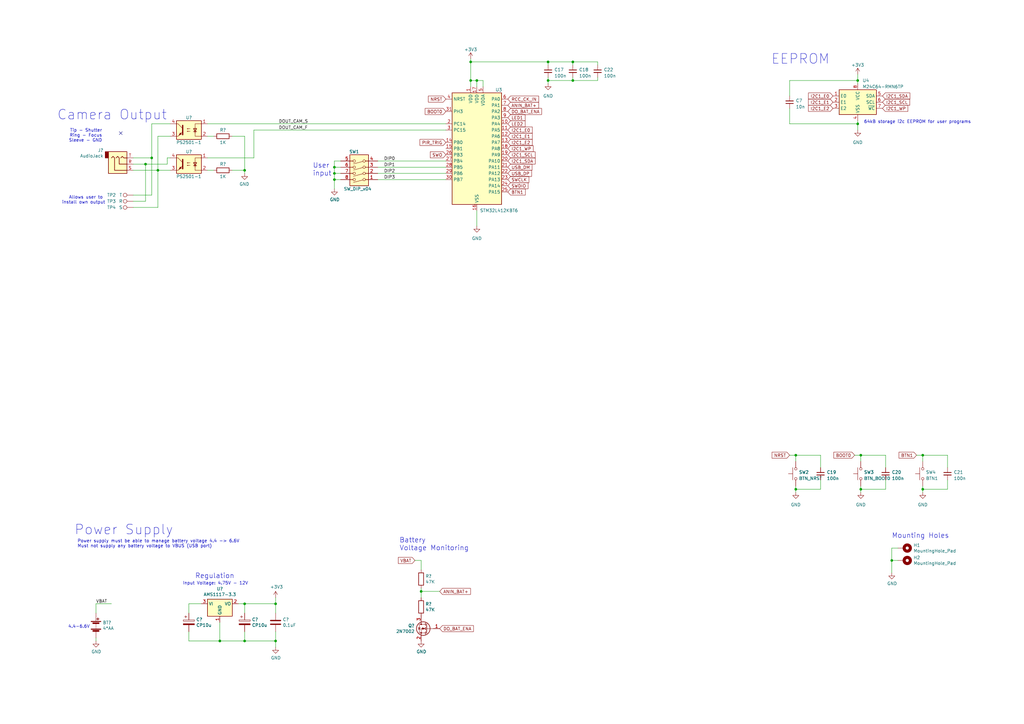
<source format=kicad_sch>
(kicad_sch (version 20230121) (generator eeschema)
  (paper "A3")
  (title_block (title "PYGMY POSSUM") (date "2023-06-01") (rev "2.0") (company "BanksiaBytes") (comment 1 "MCU Circuitry"))
  (lib_symbols
    (symbol "Connector:TestPoint" (pin_numbers hide) (pin_names (offset 0.762) hide)
      (property "Reference" "TP" (at 0 6.858 0))
      (property "Value" "TestPoint" (at 0 5.08 0))
      (symbol "TestPoint_0_1"
        (circle (center 0 3.302) (radius 0.762))
      )
      (symbol "TestPoint_1_1"
        (pin passive line (at 0 0 90) (length 2.54) (name "1") (number "1"))
      )
    )
    (symbol "Device:Battery" (pin_numbers hide) (pin_names (offset 0) hide)
      (property "Reference" "BT" (at 2.54 2.54 0))
      (property "Value" "Battery" (at 2.54 0 0))
      (symbol "Battery_0_1"
        (rectangle (start -2.032 -1.397) (end 2.032 -1.651) (fill (type outline)))
        (rectangle (start -2.032 1.778) (end 2.032 1.524) (fill (type outline)))
        (rectangle (start -1.3208 -1.9812) (end 1.27 -2.4892) (fill (type outline)))
        (rectangle (start -1.3208 1.1938) (end 1.27 0.6858) (fill (type outline)))
        (polyline (pts (xy 0 -1.524) (xy 0 -1.27)))
        (polyline (pts (xy 0 -1.016) (xy 0 -0.762)))
        (polyline (pts (xy 0 -0.508) (xy 0 -0.254)))
        (polyline (pts (xy 0 0) (xy 0 0.254)))
        (polyline (pts (xy 0 0.508) (xy 0 0.762)))
        (polyline (pts (xy 0 1.778) (xy 0 2.54)))
        (polyline (pts (xy 0.254 2.667) (xy 1.27 2.667)) (stroke (width 0.254)))
        (polyline (pts (xy 0.762 3.175) (xy 0.762 2.159)) (stroke (width 0.254)))
      )
      (symbol "Battery_1_1"
        (pin passive line (at 0 5.08 270) (length 2.54) (name "+") (number "1"))
        (pin passive line (at 0 -5.08 90) (length 2.54) (name "-") (number "2"))
      )
    )
    (symbol "Device:C" (pin_numbers hide) (pin_names (offset 0.254))
      (property "Reference" "C" (at 0.635 2.54 0))
      (property "Value" "C" (at 0.635 -2.54 0))
      (symbol "C_0_1"
        (polyline (pts (xy -2.032 -0.762) (xy 2.032 -0.762)) (stroke (width 0.508)))
        (polyline (pts (xy -2.032 0.762) (xy 2.032 0.762)) (stroke (width 0.508)))
      )
      (symbol "C_1_1"
        (pin passive line (at 0 3.81 270) (length 2.794) (name "~") (number "1"))
        (pin passive line (at 0 -3.81 90) (length 2.794) (name "~") (number "2"))
      )
    )
    (symbol "Device:C_Small" (pin_numbers hide) (pin_names (offset 0.254) hide)
      (property "Reference" "C" (at 0.254 1.778 0))
      (property "Value" "C_Small" (at 0.254 -2.032 0))
      (symbol "C_Small_0_1"
        (polyline (pts (xy -1.524 -0.508) (xy 1.524 -0.508)) (stroke (width 0.3302)))
        (polyline (pts (xy -1.524 0.508) (xy 1.524 0.508)) (stroke (width 0.3048)))
      )
      (symbol "C_Small_1_1"
        (pin passive line (at 0 2.54 270) (length 2.032) (name "~") (number "1"))
        (pin passive line (at 0 -2.54 90) (length 2.032) (name "~") (number "2"))
      )
    )
    (symbol "Device:R" (pin_numbers hide) (pin_names (offset 0))
      (property "Reference" "R" (at 2.032 0 90))
      (property "Value" "R" (at 0 0 90))
      (symbol "R_0_1"
        (rectangle (start -1.016 -2.54) (end 1.016 2.54) (stroke (width 0.254)))
      )
      (symbol "R_1_1"
        (pin passive line (at 0 3.81 270) (length 1.27) (name "~") (number "1"))
        (pin passive line (at 0 -3.81 90) (length 1.27) (name "~") (number "2"))
      )
    )
    (symbol "MCU_ST_STM32L4:STM32L412KBTx"
      (property "Reference" "U" (at -10.16 24.13 0))
      (property "Value" "STM32L412KBTx" (at 5.08 24.13 0))
      (symbol "STM32L412KBTx_0_1"
        (rectangle (start -10.16 -22.86) (end 10.16 22.86) (stroke (width 0.254)) (fill (type background)))
      )
      (symbol "STM32L412KBTx_1_1"
        (pin power_in line (at -2.54 25.4 270) (length 2.54) (name "VDD") (number "1"))
        (pin bidirectional line (at 12.7 10.16 180) (length 2.54) (name "PA4") (number "10"))
        (pin bidirectional line (at 12.7 7.62 180) (length 2.54) (name "PA5") (number "11"))
        (pin bidirectional line (at 12.7 5.08 180) (length 2.54) (name "PA6") (number "12"))
        (pin bidirectional line (at 12.7 2.54 180) (length 2.54) (name "PA7") (number "13"))
        (pin bidirectional line (at -12.7 2.54 0) (length 2.54) (name "PB0") (number "14"))
        (pin bidirectional line (at -12.7 0 0) (length 2.54) (name "PB1") (number "15"))
        (pin power_in line (at 0 -25.4 90) (length 2.54) (name "VSS") (number "16"))
        (pin power_in line (at 0 25.4 270) (length 2.54) (name "VDD") (number "17"))
        (pin bidirectional line (at 12.7 0 180) (length 2.54) (name "PA8") (number "18"))
        (pin bidirectional line (at 12.7 -2.54 180) (length 2.54) (name "PA9") (number "19"))
        (pin bidirectional line (at -12.7 10.16 0) (length 2.54) (name "PC14") (number "2"))
        (pin bidirectional line (at 12.7 -5.08 180) (length 2.54) (name "PA10") (number "20"))
        (pin bidirectional line (at 12.7 -7.62 180) (length 2.54) (name "PA11") (number "21"))
        (pin bidirectional line (at 12.7 -10.16 180) (length 2.54) (name "PA12") (number "22"))
        (pin bidirectional line (at 12.7 -12.7 180) (length 2.54) (name "PA13") (number "23"))
        (pin bidirectional line (at 12.7 -15.24 180) (length 2.54) (name "PA14") (number "24"))
        (pin bidirectional line (at 12.7 -17.78 180) (length 2.54) (name "PA15") (number "25"))
        (pin bidirectional line (at -12.7 -2.54 0) (length 2.54) (name "PB3") (number "26"))
        (pin bidirectional line (at -12.7 -5.08 0) (length 2.54) (name "PB4") (number "27"))
        (pin bidirectional line (at -12.7 -7.62 0) (length 2.54) (name "PB5") (number "28"))
        (pin bidirectional line (at -12.7 -10.16 0) (length 2.54) (name "PB6") (number "29"))
        (pin bidirectional line (at -12.7 7.62 0) (length 2.54) (name "PC15") (number "3"))
        (pin bidirectional line (at -12.7 -12.7 0) (length 2.54) (name "PB7") (number "30"))
        (pin bidirectional line (at -12.7 15.24 0) (length 2.54) (name "PH3") (number "31"))
        (pin passive line (at 0 -25.4 90) (length 2.54) hide (name "VSS") (number "32"))
        (pin input line (at -12.7 20.32 0) (length 2.54) (name "NRST") (number "4"))
        (pin power_in line (at 2.54 25.4 270) (length 2.54) (name "VDDA") (number "5"))
        (pin bidirectional line (at 12.7 20.32 180) (length 2.54) (name "PA0") (number "6"))
        (pin bidirectional line (at 12.7 17.78 180) (length 2.54) (name "PA1") (number "7"))
        (pin bidirectional line (at 12.7 15.24 180) (length 2.54) (name "PA2") (number "8"))
        (pin bidirectional line (at 12.7 12.7 180) (length 2.54) (name "PA3") (number "9"))
      )
    )
    (symbol "Mechanical:MountingHole_Pad" (pin_numbers hide) (pin_names (offset 1.016) hide)
      (property "Reference" "H" (at 0 6.35 0))
      (property "Value" "MountingHole_Pad" (at 0 4.445 0))
      (symbol "MountingHole_Pad_0_1"
        (circle (center 0 1.27) (radius 1.27) (stroke (width 1.27)))
      )
      (symbol "MountingHole_Pad_1_1"
        (pin input line (at 0 -2.54 90) (length 2.54) (name "1") (number "1"))
      )
    )
    (symbol "Memory_EEPROM:M24C01-RMN"
      (property "Reference" "U" (at -6.35 6.35 0))
      (property "Value" "M24C01-RMN" (at 7.62 6.35 0))
      (symbol "M24C01-RMN_0_1"
        (rectangle (start -7.62 5.08) (end 7.62 -5.08) (stroke (width 0.254)) (fill (type background)))
      )
      (symbol "M24C01-RMN_1_1"
        (pin input line (at -10.16 2.54 0) (length 2.54) (name "E0") (number "1"))
        (pin input line (at -10.16 0 0) (length 2.54) (name "E1") (number "2"))
        (pin input line (at -10.16 -2.54 0) (length 2.54) (name "E2") (number "3"))
        (pin power_in line (at 0 -7.62 90) (length 2.54) (name "VSS") (number "4"))
        (pin bidirectional line (at 10.16 2.54 180) (length 2.54) (name "SDA") (number "5"))
        (pin input line (at 10.16 0 180) (length 2.54) (name "SCL") (number "6"))
        (pin input line (at 10.16 -2.54 180) (length 2.54) (name "~{WC}") (number "7"))
        (pin power_in line (at 0 7.62 270) (length 2.54) (name "VCC") (number "8"))
      )
    )
    (symbol "PYGMY_POSSUM_PCB-rescue:+3.3V-power" (power) (pin_names (offset 0))
      (property "Value" "+3.3V-power" (at 0 3.556 0))
      (symbol "+3.3V-power_0_1"
        (polyline (pts (xy -0.762 1.27) (xy 0 2.54)))
        (polyline (pts (xy 0 0) (xy 0 2.54)))
        (polyline (pts (xy 0 2.54) (xy 0.762 1.27)))
      )
      (symbol "+3.3V-power_1_1"
        (pin power_in line (at 0 0 90) (length 0) hide (name "+3V3") (number "1"))
      )
    )
    (symbol "PYGMY_POSSUM_PCB-rescue:AudioJack3-Connector"
      (property "Reference" "J" (at 0 8.89 0))
      (property "Value" "Connector_AudioJack3" (at 0 6.35 0))
      (symbol "AudioJack3-Connector_0_1"
        (rectangle (start -5.08 -5.08) (end -6.35 -2.54) (stroke (width 0.254)) (fill (type outline)))
        (polyline (pts (xy 0 -2.54) (xy 0.635 -3.175) (xy 1.27 -2.54) (xy 2.54 -2.54)) (stroke (width 0.254)))
        (polyline (pts (xy -1.905 -2.54) (xy -1.27 -3.175) (xy -0.635 -2.54) (xy -0.635 0) (xy 2.54 0)) (stroke (width 0.254)))
        (polyline (pts (xy 2.54 2.54) (xy -2.54 2.54) (xy -2.54 -2.54) (xy -3.175 -3.175) (xy -3.81 -2.54)) (stroke (width 0.254)))
        (rectangle (start 2.54 3.81) (end -5.08 -5.08) (stroke (width 0.254)) (fill (type background)))
      )
      (symbol "AudioJack3-Connector_1_1"
        (pin passive line (at 5.08 0 180) (length 2.54) (name "~") (number "R"))
        (pin passive line (at 5.08 2.54 180) (length 2.54) (name "~") (number "S"))
        (pin passive line (at 5.08 -2.54 180) (length 2.54) (name "~") (number "T"))
      )
    )
    (symbol "PYGMY_POSSUM_PCB-rescue:CP-Device" (pin_numbers hide) (pin_names (offset 0.254))
      (property "Reference" "C" (at 0.635 2.54 0))
      (property "Value" "Device_CP" (at 0.635 -2.54 0))
      (symbol "CP-Device_0_1"
        (rectangle (start -2.286 0.508) (end 2.286 1.016))
        (polyline (pts (xy -1.778 2.286) (xy -0.762 2.286)))
        (polyline (pts (xy -1.27 2.794) (xy -1.27 1.778)))
        (rectangle (start 2.286 -0.508) (end -2.286 -1.016) (fill (type outline)))
      )
      (symbol "CP-Device_1_1"
        (pin passive line (at 0 3.81 270) (length 2.794) (name "~") (number "1"))
        (pin passive line (at 0 -3.81 90) (length 2.794) (name "~") (number "2"))
      )
    )
    (symbol "PYGMY_POSSUM_PCB-rescue:PS2501-1-BANKSIA_BYTES_SYMBOLS"
      (property "Reference" "U" (at -5.08 5.08 0))
      (property "Value" "BANKSIA_BYTES_SYMBOLS_PS2501-1" (at 0 5.08 0))
      (symbol "PS2501-1-BANKSIA_BYTES_SYMBOLS_0_1"
        (rectangle (start -5.08 3.81) (end 5.08 -3.81) (stroke (width 0.254)) (fill (type background)))
        (polyline (pts (xy -3.175 -0.635) (xy -1.905 -0.635)) (stroke (width 0.254)))
        (polyline (pts (xy 2.54 0.635) (xy 4.445 2.54)))
        (polyline (pts (xy 4.445 -2.54) (xy 2.54 -0.635)) (fill (type outline)))
        (polyline (pts (xy 4.445 -2.54) (xy 5.08 -2.54)))
        (polyline (pts (xy 4.445 2.54) (xy 5.08 2.54)))
        (polyline (pts (xy -2.54 -0.635) (xy -2.54 -2.54) (xy -5.08 -2.54)))
        (polyline (pts (xy 2.54 1.905) (xy 2.54 -1.905) (xy 2.54 -1.905)) (stroke (width 0.508)))
        (polyline (pts (xy -5.08 2.54) (xy -2.54 2.54) (xy -2.54 -1.27) (xy -2.54 0.635)))
        (polyline (pts (xy -2.54 -0.635) (xy -3.175 0.635) (xy -1.905 0.635) (xy -2.54 -0.635)) (stroke (width 0.254)))
        (polyline (pts (xy -0.508 -0.508) (xy 0.762 -0.508) (xy 0.381 -0.635) (xy 0.381 -0.381) (xy 0.762 -0.508)))
        (polyline (pts (xy -0.508 0.508) (xy 0.762 0.508) (xy 0.381 0.381) (xy 0.381 0.635) (xy 0.762 0.508)))
        (polyline (pts (xy 3.048 -1.651) (xy 3.556 -1.143) (xy 4.064 -2.159) (xy 3.048 -1.651) (xy 3.048 -1.651)) (fill (type outline)))
      )
      (symbol "PS2501-1-BANKSIA_BYTES_SYMBOLS_1_1"
        (pin passive line (at -7.62 2.54 0) (length 2.54) (name "~") (number "1"))
        (pin passive line (at -7.62 -2.54 0) (length 2.54) (name "~") (number "2"))
        (pin passive line (at 7.62 -2.54 180) (length 2.54) (name "~") (number "3"))
        (pin passive line (at 7.62 2.54 180) (length 2.54) (name "~") (number "4"))
      )
    )
    (symbol "Regulator_Linear:AMS1117-3.3"
      (property "Reference" "U" (at -3.81 3.175 0))
      (property "Value" "AMS1117-3.3" (at 0 3.175 0))
      (symbol "AMS1117-3.3_0_1"
        (rectangle (start -5.08 -5.08) (end 5.08 1.905) (stroke (width 0.254)) (fill (type background)))
      )
      (symbol "AMS1117-3.3_1_1"
        (pin power_in line (at 0 -7.62 90) (length 2.54) (name "GND") (number "1"))
        (pin power_out line (at 7.62 0 180) (length 2.54) (name "VO") (number "2"))
        (pin power_in line (at -7.62 0 0) (length 2.54) (name "VI") (number "3"))
      )
    )
    (symbol "Switch:SW_DIP_x04" (pin_names (offset 0) hide)
      (property "Reference" "SW" (at 0 8.89 0))
      (property "Value" "SW_DIP_x04" (at 0 -6.35 0))
      (symbol "SW_DIP_x04_0_0"
        (circle (center -2.032 -2.54) (radius 0.508))
        (circle (center -2.032 0) (radius 0.508))
        (circle (center -2.032 2.54) (radius 0.508))
        (circle (center -2.032 5.08) (radius 0.508))
        (polyline (pts (xy -1.524 -2.3876) (xy 2.3622 -1.3462)))
        (polyline (pts (xy -1.524 0.127) (xy 2.3622 1.1684)))
        (polyline (pts (xy -1.524 2.667) (xy 2.3622 3.7084)))
        (polyline (pts (xy -1.524 5.207) (xy 2.3622 6.2484)))
        (circle (center 2.032 -2.54) (radius 0.508))
        (circle (center 2.032 0) (radius 0.508))
        (circle (center 2.032 2.54) (radius 0.508))
        (circle (center 2.032 5.08) (radius 0.508))
      )
      (symbol "SW_DIP_x04_0_1"
        (rectangle (start -3.81 7.62) (end 3.81 -5.08) (stroke (width 0.254)) (fill (type background)))
      )
      (symbol "SW_DIP_x04_1_1"
        (pin passive line (at -7.62 5.08 0) (length 5.08) (name "~") (number "1"))
        (pin passive line (at -7.62 2.54 0) (length 5.08) (name "~") (number "2"))
        (pin passive line (at -7.62 0 0) (length 5.08) (name "~") (number "3"))
        (pin passive line (at -7.62 -2.54 0) (length 5.08) (name "~") (number "4"))
        (pin passive line (at 7.62 -2.54 180) (length 5.08) (name "~") (number "5"))
        (pin passive line (at 7.62 0 180) (length 5.08) (name "~") (number "6"))
        (pin passive line (at 7.62 2.54 180) (length 5.08) (name "~") (number "7"))
        (pin passive line (at 7.62 5.08 180) (length 5.08) (name "~") (number "8"))
      )
    )
    (symbol "Switch:SW_Push" (pin_numbers hide) (pin_names (offset 1.016) hide)
      (property "Reference" "SW" (at 1.27 2.54 0))
      (property "Value" "SW_Push" (at 0 -1.524 0))
      (symbol "SW_Push_0_1"
        (circle (center -2.032 0) (radius 0.508))
        (polyline (pts (xy 0 1.27) (xy 0 3.048)))
        (polyline (pts (xy 2.54 1.27) (xy -2.54 1.27)))
        (circle (center 2.032 0) (radius 0.508))
        (pin passive line (at -5.08 0 0) (length 2.54) (name "1") (number "1"))
        (pin passive line (at 5.08 0 180) (length 2.54) (name "2") (number "2"))
      )
    )
    (symbol "Transistor_FET:2N7002" (pin_names hide)
      (property "Reference" "Q" (at 5.08 1.905 0))
      (property "Value" "2N7002" (at 5.08 0 0))
      (symbol "2N7002_0_1"
        (polyline (pts (xy 0.254 0) (xy -2.54 0)))
        (polyline (pts (xy 0.254 1.905) (xy 0.254 -1.905)) (stroke (width 0.254)))
        (polyline (pts (xy 0.762 -1.27) (xy 0.762 -2.286)) (stroke (width 0.254)))
        (polyline (pts (xy 0.762 0.508) (xy 0.762 -0.508)) (stroke (width 0.254)))
        (polyline (pts (xy 0.762 2.286) (xy 0.762 1.27)) (stroke (width 0.254)))
        (polyline (pts (xy 2.54 2.54) (xy 2.54 1.778)))
        (polyline (pts (xy 2.54 -2.54) (xy 2.54 0) (xy 0.762 0)))
        (polyline (pts (xy 0.762 -1.778) (xy 3.302 -1.778) (xy 3.302 1.778) (xy 0.762 1.778)))
        (polyline (pts (xy 1.016 0) (xy 2.032 0.381) (xy 2.032 -0.381) (xy 1.016 0)) (fill (type outline)))
        (polyline (pts (xy 2.794 0.508) (xy 2.921 0.381) (xy 3.683 0.381) (xy 3.81 0.254)))
        (polyline (pts (xy 3.302 0.381) (xy 2.921 -0.254) (xy 3.683 -0.254) (xy 3.302 0.381)))
        (circle (center 1.651 0) (radius 2.794) (stroke (width 0.254)))
        (circle (center 2.54 -1.778) (radius 0.254) (fill (type outline)))
        (circle (center 2.54 1.778) (radius 0.254) (fill (type outline)))
      )
      (symbol "2N7002_1_1"
        (pin input line (at -5.08 0 0) (length 2.54) (name "G") (number "1"))
        (pin passive line (at 2.54 -5.08 90) (length 2.54) (name "S") (number "2"))
        (pin passive line (at 2.54 5.08 270) (length 2.54) (name "D") (number "3"))
      )
    )
    (symbol "power:+3V3" (power) (pin_names (offset 0))
      (property "Value" "+3V3" (at 0 3.556 0))
      (symbol "+3V3_0_1"
        (polyline (pts (xy -0.762 1.27) (xy 0 2.54)))
        (polyline (pts (xy 0 0) (xy 0 2.54)))
        (polyline (pts (xy 0 2.54) (xy 0.762 1.27)))
      )
      (symbol "+3V3_1_1"
        (pin power_in line (at 0 0 90) (length 0) hide (name "+3V3") (number "1"))
      )
    )
    (symbol "power:GND" (power) (pin_names (offset 0))
      (property "Value" "GND" (at 0 -3.81 0))
      (symbol "GND_0_1"
        (polyline (pts (xy 0 0) (xy 0 -1.27) (xy 1.27 -1.27) (xy 0 -2.54) (xy -1.27 -1.27) (xy 0 -1.27)))
      )
      (symbol "GND_1_1"
        (pin power_in line (at 0 0 270) (length 0) hide (name "GND") (number "1"))
      )
    )
  )
  (junction (at 351.79 33.02))
  (junction (at 224.79 33.02))
  (junction (at 326.39 186.69))
  (junction (at 90.17 262.89))
  (junction (at 59.69 67.31))
  (junction (at 195.58 33.02))
  (junction (at 113.03 262.89))
  (junction (at 353.06 200.66))
  (junction (at 100.33 247.65))
  (junction (at 100.33 69.85))
  (junction (at 234.95 25.4))
  (junction (at 137.16 73.66))
  (junction (at 193.04 33.02))
  (junction (at 365.76 229.87))
  (junction (at 100.33 262.89))
  (junction (at 193.04 25.4))
  (junction (at 353.06 186.69))
  (junction (at 62.23 64.77))
  (junction (at 172.72 242.57))
  (junction (at 137.16 68.58))
  (junction (at 113.03 247.65))
  (junction (at 137.16 71.12))
  (junction (at 234.95 33.02))
  (junction (at 378.46 200.66))
  (junction (at 351.79 50.8))
  (junction (at 326.39 200.66))
  (junction (at 224.79 25.4))
  (junction (at 64.77 69.85))
  (junction (at 378.46 186.69))
  (no_connect (at 49.53 54.61))
  (wire (pts (xy 87.63 55.88) (xy 85.09 55.88)))
  (wire (pts (xy 363.22 200.66) (xy 353.06 200.66)))
  (wire (pts (xy 100.33 55.88) (xy 100.33 69.85)))
  (wire (pts (xy 85.09 64.77) (xy 104.14 64.77)))
  (wire (pts (xy 224.79 33.02) (xy 224.79 34.29)))
  (wire (pts (xy 365.76 229.87) (xy 365.76 234.95)))
  (wire (pts (xy 323.85 33.02) (xy 351.79 33.02)))
  (wire (pts (xy 326.39 186.69) (xy 336.55 186.69)))
  (wire (pts (xy 224.79 31.75) (xy 224.79 33.02)))
  (wire (pts (xy 388.62 196.85) (xy 388.62 200.66)))
  (wire (pts (xy 378.46 200.66) (xy 378.46 201.93)))
  (wire (pts (xy 154.94 68.58) (xy 182.88 68.58)))
  (wire (pts (xy 90.17 262.89) (xy 100.33 262.89)))
  (wire (pts (xy 39.37 261.62) (xy 39.37 262.89)))
  (wire (pts (xy 113.03 259.08) (xy 113.03 262.89)))
  (wire (pts (xy 193.04 25.4) (xy 224.79 25.4)))
  (wire (pts (xy 77.47 251.46) (xy 77.47 247.65)))
  (wire (pts (xy 323.85 39.37) (xy 323.85 33.02)))
  (wire (pts (xy 326.39 186.69) (xy 326.39 189.23)))
  (wire (pts (xy 139.7 71.12) (xy 137.16 71.12)))
  (wire (pts (xy 323.85 44.45) (xy 323.85 50.8)))
  (wire (pts (xy 388.62 200.66) (xy 378.46 200.66)))
  (wire (pts (xy 353.06 186.69) (xy 353.06 189.23)))
  (wire (pts (xy 154.94 66.04) (xy 182.88 66.04)))
  (wire (pts (xy 378.46 186.69) (xy 388.62 186.69)))
  (wire (pts (xy 351.79 30.48) (xy 351.79 33.02)))
  (wire (pts (xy 323.85 50.8) (xy 351.79 50.8)))
  (wire (pts (xy 234.95 31.75) (xy 234.95 33.02)))
  (wire (pts (xy 353.06 186.69) (xy 363.22 186.69)))
  (wire (pts (xy 137.16 73.66) (xy 137.16 71.12)))
  (wire (pts (xy 326.39 200.66) (xy 326.39 201.93)))
  (wire (pts (xy 368.3 224.79) (xy 365.76 224.79)))
  (wire (pts (xy 100.33 69.85) (xy 100.33 71.12)))
  (wire (pts (xy 64.77 55.88) (xy 64.77 69.85)))
  (wire (pts (xy 68.58 64.77) (xy 68.58 67.31)))
  (wire (pts (xy 195.58 86.36) (xy 195.58 92.71)))
  (wire (pts (xy 351.79 49.53) (xy 351.79 50.8)))
  (wire (pts (xy 59.69 67.31) (xy 54.61 67.31)))
  (wire (pts (xy 100.33 259.08) (xy 100.33 262.89)))
  (wire (pts (xy 195.58 35.56) (xy 195.58 33.02)))
  (wire (pts (xy 351.79 50.8) (xy 351.79 53.34)))
  (wire (pts (xy 336.55 196.85) (xy 336.55 200.66)))
  (wire (pts (xy 90.17 255.27) (xy 90.17 262.89)))
  (wire (pts (xy 326.39 199.39) (xy 326.39 200.66)))
  (wire (pts (xy 154.94 71.12) (xy 182.88 71.12)))
  (wire (pts (xy 353.06 200.66) (xy 353.06 201.93)))
  (wire (pts (xy 351.79 33.02) (xy 351.79 34.29)))
  (wire (pts (xy 193.04 25.4) (xy 193.04 33.02)))
  (wire (pts (xy 193.04 24.13) (xy 193.04 25.4)))
  (wire (pts (xy 69.85 50.8) (xy 62.23 50.8)))
  (wire (pts (xy 59.69 82.55) (xy 59.69 67.31)))
  (wire (pts (xy 104.14 53.34) (xy 104.14 64.77)))
  (wire (pts (xy 245.11 33.02) (xy 234.95 33.02)))
  (wire (pts (xy 353.06 199.39) (xy 353.06 200.66)))
  (wire (pts (xy 87.63 69.85) (xy 85.09 69.85)))
  (wire (pts (xy 350.52 186.69) (xy 353.06 186.69)))
  (wire (pts (xy 100.33 247.65) (xy 113.03 247.65)))
  (wire (pts (xy 245.11 26.67) (xy 245.11 25.4)))
  (wire (pts (xy 388.62 191.77) (xy 388.62 186.69)))
  (wire (pts (xy 100.33 262.89) (xy 113.03 262.89)))
  (wire (pts (xy 62.23 64.77) (xy 62.23 80.01)))
  (wire (pts (xy 182.88 53.34) (xy 104.14 53.34)))
  (wire (pts (xy 363.22 191.77) (xy 363.22 186.69)))
  (wire (pts (xy 54.61 80.01) (xy 62.23 80.01)))
  (wire (pts (xy 172.72 241.3) (xy 172.72 242.57)))
  (wire (pts (xy 172.72 242.57) (xy 172.72 245.11)))
  (wire (pts (xy 245.11 31.75) (xy 245.11 33.02)))
  (wire (pts (xy 198.12 33.02) (xy 195.58 33.02)))
  (wire (pts (xy 139.7 73.66) (xy 137.16 73.66)))
  (wire (pts (xy 234.95 33.02) (xy 224.79 33.02)))
  (wire (pts (xy 234.95 26.67) (xy 234.95 25.4)))
  (wire (pts (xy 54.61 85.09) (xy 64.77 85.09)))
  (wire (pts (xy 363.22 196.85) (xy 363.22 200.66)))
  (wire (pts (xy 137.16 68.58) (xy 137.16 71.12)))
  (wire (pts (xy 54.61 82.55) (xy 59.69 82.55)))
  (wire (pts (xy 113.03 247.65) (xy 113.03 251.46)))
  (wire (pts (xy 62.23 50.8) (xy 62.23 64.77)))
  (wire (pts (xy 100.33 251.46) (xy 100.33 247.65)))
  (wire (pts (xy 172.72 242.57) (xy 180.34 242.57)))
  (wire (pts (xy 224.79 25.4) (xy 234.95 25.4)))
  (wire (pts (xy 323.85 186.69) (xy 326.39 186.69)))
  (wire (pts (xy 137.16 68.58) (xy 137.16 66.04)))
  (wire (pts (xy 69.85 64.77) (xy 68.58 64.77)))
  (wire (pts (xy 97.79 247.65) (xy 100.33 247.65)))
  (wire (pts (xy 375.92 186.69) (xy 378.46 186.69)))
  (wire (pts (xy 113.03 245.11) (xy 113.03 247.65)))
  (wire (pts (xy 195.58 33.02) (xy 193.04 33.02)))
  (wire (pts (xy 336.55 200.66) (xy 326.39 200.66)))
  (wire (pts (xy 77.47 247.65) (xy 82.55 247.65)))
  (wire (pts (xy 39.37 251.46) (xy 39.37 247.65)))
  (wire (pts (xy 64.77 69.85) (xy 54.61 69.85)))
  (wire (pts (xy 69.85 69.85) (xy 64.77 69.85)))
  (wire (pts (xy 365.76 224.79) (xy 365.76 229.87)))
  (wire (pts (xy 224.79 26.67) (xy 224.79 25.4)))
  (wire (pts (xy 137.16 66.04) (xy 139.7 66.04)))
  (wire (pts (xy 170.18 229.87) (xy 172.72 229.87)))
  (wire (pts (xy 245.11 25.4) (xy 234.95 25.4)))
  (wire (pts (xy 193.04 33.02) (xy 193.04 35.56)))
  (wire (pts (xy 77.47 262.89) (xy 90.17 262.89)))
  (wire (pts (xy 198.12 35.56) (xy 198.12 33.02)))
  (wire (pts (xy 77.47 259.08) (xy 77.47 262.89)))
  (wire (pts (xy 336.55 191.77) (xy 336.55 186.69)))
  (wire (pts (xy 95.25 69.85) (xy 100.33 69.85)))
  (wire (pts (xy 139.7 68.58) (xy 137.16 68.58)))
  (wire (pts (xy 137.16 77.47) (xy 137.16 73.66)))
  (wire (pts (xy 68.58 67.31) (xy 59.69 67.31)))
  (wire (pts (xy 113.03 262.89) (xy 113.03 265.43)))
  (wire (pts (xy 368.3 229.87) (xy 365.76 229.87)))
  (wire (pts (xy 64.77 85.09) (xy 64.77 69.85)))
  (wire (pts (xy 378.46 186.69) (xy 378.46 189.23)))
  (wire (pts (xy 39.37 247.65) (xy 45.72 247.65)))
  (wire (pts (xy 172.72 229.87) (xy 172.72 233.68)))
  (wire (pts (xy 85.09 50.8) (xy 182.88 50.8)))
  (wire (pts (xy 69.85 55.88) (xy 64.77 55.88)))
  (wire (pts (xy 154.94 73.66) (xy 182.88 73.66)))
  (wire (pts (xy 95.25 55.88) (xy 100.33 55.88)))
  (wire (pts (xy 54.61 64.77) (xy 62.23 64.77)))
  (wire (pts (xy 378.46 199.39) (xy 378.46 200.66)))
  (text "Input Voltage: 4.75V - 12V" (at 74.93 240.03 0) (effects (font (size 1.27 1.27)) (justify left bottom)))
  (text "Battery \nVoltage Monitoring" (at 163.83 226.06 0) (effects (font (size 2.0066 2.0066)) (justify left bottom)))
  (text "4.4-6.6V" (at 27.94 257.81 0) (effects (font (size 1.27 1.27)) (justify left bottom)))
  (text "Regulation" (at 80.01 237.49 0) (effects (font (size 2.0066 2.0066)) (justify left bottom)))
  (text "Power Supply" (at 30.48 219.71 0) (effects (font (size 3.9878 3.9878)) (justify left bottom)))
  (text "Allows user to \ninstall own output" (at 43.18 83.82 0) (effects (font (size 1.27 1.27)) (justify right bottom)))
  (text "EEPROM" (at 340.36 26.67 0) (effects (font (size 3.9878 3.9878)) (justify right bottom)))
  (text "Camera Output" (at 68.58 49.53 0) (effects (font (size 3.9878 3.9878)) (justify right bottom)))
  (text "User\ninput" (at 128.27 72.39 0) (effects (font (size 2.0066 2.0066)) (justify left bottom)))
  (text "64kB storage i2c EEPROM for user programs" (at 354.33 50.8 0) (effects (font (size 1.27 1.27)) (justify left bottom)))
  (text "Tip - Shutter\nRing - Focus\nSleeve - GND" (at 41.91 58.42 0) (effects (font (size 1.27 1.27)) (justify right bottom)))
  (text "Power supply must be able to manage battery voltage 4.4 -> 6.6V\nMust not supply any battery voltage to VBUS (USB port)" (at 31.75 224.79 0) (effects (font (size 1.27 1.27)) (justify left bottom)))
  (text "Mounting Holes\n" (at 365.76 220.98 0) (effects (font (size 2.0066 2.0066)) (justify left bottom)))
  (label "VBAT" (at 39.37 247.65 0))
  (label "DIP2" (at 157.48 71.12 0))
  (label "DIP0" (at 157.48 66.04 0))
  (label "DIP3" (at 157.48 73.66 0))
  (label "DOUT_CAM_S" (at 114.3 50.8 0))
  (label "DOUT_CAM_F" (at 114.3 53.34 0))
  (label "DIP1" (at 157.48 68.58 0))
  (global_label "PIR_TRIG" (shape input) (at 182.88 58.42 180) (property "Intersheetrefs" "${INTERSHEET_REFS}" (effects hide)))
  (global_label "I2C1_E2" (shape input) (at 341.63 44.45 180) (property "Intersheetrefs" "${INTERSHEET_REFS}" (effects hide)))
  (global_label "LED2" (shape input) (at 208.28 50.8 0) (property "Intersheetrefs" "${INTERSHEET_REFS}" (effects hide)))
  (global_label "I2C1_WP" (shape input) (at 208.28 60.96 0) (property "Intersheetrefs" "${INTERSHEET_REFS}" (effects hide)))
  (global_label "I2C1_SDA" (shape input) (at 208.28 66.04 0) (property "Intersheetrefs" "${INTERSHEET_REFS}" (effects hide)))
  (global_label "BOOT0" (shape input) (at 182.88 45.72 180) (property "Intersheetrefs" "${INTERSHEET_REFS}" (effects hide)))
  (global_label "I2C1_SDA" (shape input) (at 361.95 39.37 0) (property "Intersheetrefs" "${INTERSHEET_REFS}" (effects hide)))
  (global_label "DO_BAT_ENA" (shape input) (at 208.28 45.72 0) (property "Intersheetrefs" "${INTERSHEET_REFS}" (effects hide)))
  (global_label "SWDIO" (shape input) (at 208.28 76.2 0) (property "Intersheetrefs" "${INTERSHEET_REFS}" (effects hide)))
  (global_label "ANIN_BAT+" (shape input) (at 180.34 242.57 0) (property "Intersheetrefs" "${INTERSHEET_REFS}" (effects hide)))
  (global_label "I2C1_E1" (shape input) (at 341.63 41.91 180) (property "Intersheetrefs" "${INTERSHEET_REFS}" (effects hide)))
  (global_label "NRST" (shape input) (at 323.85 186.69 180) (property "Intersheetrefs" "${INTERSHEET_REFS}" (effects hide)))
  (global_label "I2C1_E0" (shape input) (at 341.63 39.37 180) (property "Intersheetrefs" "${INTERSHEET_REFS}" (effects hide)))
  (global_label "BOOT0" (shape input) (at 350.52 186.69 180) (property "Intersheetrefs" "${INTERSHEET_REFS}" (effects hide)))
  (global_label "ANIN_BAT+" (shape input) (at 208.28 43.18 0) (property "Intersheetrefs" "${INTERSHEET_REFS}" (effects hide)))
  (global_label "I2C1_SCL" (shape input) (at 361.95 41.91 0) (property "Intersheetrefs" "${INTERSHEET_REFS}" (effects hide)))
  (global_label "USB_DM" (shape input) (at 208.28 68.58 0) (property "Intersheetrefs" "${INTERSHEET_REFS}" (effects hide)))
  (global_label "RCC_CK_IN" (shape input) (at 208.28 40.64 0) (property "Intersheetrefs" "${INTERSHEET_REFS}" (effects hide)))
  (global_label "I2C1_E1" (shape input) (at 208.28 55.88 0) (property "Intersheetrefs" "${INTERSHEET_REFS}" (effects hide)))
  (global_label "I2C1_WP" (shape input) (at 361.95 44.45 0) (property "Intersheetrefs" "${INTERSHEET_REFS}" (effects hide)))
  (global_label "I2C1_E0" (shape input) (at 208.28 53.34 0) (property "Intersheetrefs" "${INTERSHEET_REFS}" (effects hide)))
  (global_label "BTN1" (shape input) (at 208.28 78.74 0) (property "Intersheetrefs" "${INTERSHEET_REFS}" (effects hide)))
  (global_label "NRST" (shape input) (at 182.88 40.64 180) (property "Intersheetrefs" "${INTERSHEET_REFS}" (effects hide)))
  (global_label "I2C1_E2" (shape input) (at 208.28 58.42 0) (property "Intersheetrefs" "${INTERSHEET_REFS}" (effects hide)))
  (global_label "I2C1_SCL" (shape input) (at 208.28 63.5 0) (property "Intersheetrefs" "${INTERSHEET_REFS}" (effects hide)))
  (global_label "SWO" (shape input) (at 182.88 63.5 180) (property "Intersheetrefs" "${INTERSHEET_REFS}" (effects hide)))
  (global_label "LED1" (shape input) (at 208.28 48.26 0) (property "Intersheetrefs" "${INTERSHEET_REFS}" (effects hide)))
  (global_label "SWCLK" (shape input) (at 208.28 73.66 0) (property "Intersheetrefs" "${INTERSHEET_REFS}" (effects hide)))
  (global_label "BTN1" (shape input) (at 375.92 186.69 180) (property "Intersheetrefs" "${INTERSHEET_REFS}" (effects hide)))
  (global_label "USB_DP" (shape input) (at 208.28 71.12 0) (property "Intersheetrefs" "${INTERSHEET_REFS}" (effects hide)))
  (global_label "VBAT" (shape input) (at 170.18 229.87 180) (property "Intersheetrefs" "${INTERSHEET_REFS}" (effects hide)))
  (global_label "DO_BAT_ENA" (shape input) (at 180.34 257.81 0) (property "Intersheetrefs" "${INTERSHEET_REFS}" (effects hide)))
  (symbol (lib_id "PYGMY_POSSUM_PCB-rescue:+3.3V-power") (at 113.03 245.11 0) (unit 1)
    (property "Reference" "#PWR021" (effects hide))
    (property "Value" "+3.3V" (at 113.411 240.7158 0))
    (instances (project "PYGMY_POSSUM_PCB" (path "" (reference "#PWR021") (unit 1))) (project "PIR_V1_0" (path "" (reference "#PWR020") (unit 1))))
  )
  (symbol (lib_id "Device:C") (at 113.03 255.27 0) (unit 1)
    (property "Reference" "C?" (at 115.951 254.1016 0) (effects (justify left)))
    (property "Value" "0.1uF" (at 115.951 256.413 0) (effects (justify left)))
    (property "Footprint" "Capacitor_SMD:C_0402_1005Metric" (effects hide))
    (property "LCSC" "C14663" (effects hide))
    (property "Package" "0603" (effects hide))
    (property "Type" "SMD" (effects hide))
    (instances (project "PYGMY_POSSUM_PCB" (path "" (reference "C?") (unit 1)) (path "" (reference "C6") (unit 1))) (project "PIR_V1_0" (path "" (reference "C16") (unit 1))))
  )
  (symbol (lib_id "power:GND") (at 172.72 262.89 0) (unit 1)
    (property "Reference" "#PWR?" (effects hide))
    (property "Value" "GND" (at 172.847 267.2842 0))
    (instances (project "PYGMY_POSSUM_PCB" (path "" (reference "#PWR?") (unit 1)) (path "" (reference "#PWR023") (unit 1))) (project "PIR_V1_0" (path "" (reference "#PWR018") (unit 1))))
  )
  (symbol (lib_id "power:GND") (at 224.79 34.29 0) (unit 1)
    (property "Reference" "#PWR03" (effects hide))
    (property "Value" "GND" (at 224.79 39.37 0))
    (instances (project "PIR_V1_0" (path "" (reference "#PWR03") (unit 1)) (path "" (reference "#PWR016") (unit 1))))
  )
  (symbol (lib_id "power:GND") (at 113.03 265.43 0) (unit 1)
    (property "Reference" "#PWR?" (effects hide))
    (property "Value" "GND" (at 113.157 269.8242 0))
    (instances (project "PYGMY_POSSUM_PCB" (path "" (reference "#PWR?") (unit 1)) (path "" (reference "#PWR024") (unit 1))) (project "PIR_V1_0" (path "" (reference "#PWR021") (unit 1))))
  )
  (symbol (lib_id "Regulator_Linear:AMS1117-3.3") (at 90.17 247.65 0) (unit 1)
    (property "Reference" "U?" (at 90.17 241.5032 0))
    (property "Value" "AMS1117-3.3" (at 90.17 243.8146 0))
    (property "Footprint" "Package_TO_SOT_SMD:SOT-223-3_TabPin2" (effects hide))
    (property "Datasheet" "http://www.advanced-monolithic.com/pdf/ds1117.pdf" (effects hide))
    (property "LCSC" "C6186" (effects hide))
    (property "Package" "SOT-223-3" (effects hide))
    (property "Type" "SMD" (effects hide))
    (instances (project "PYGMY_POSSUM_PCB" (path "" (reference "U?") (unit 1)) (path "" (reference "U6") (unit 1))) (project "PIR_V1_0" (path "" (reference "U6") (unit 1))))
  )
  (symbol (lib_id "Switch:SW_Push") (at 353.06 194.31 90) (unit 1)
    (property "Reference" "SW3" (at 354.33 193.675 90) (effects (justify right)))
    (property "Value" "BTN_BOOT0" (at 354.33 196.215 90) (effects (justify right)))
  )
  (symbol (lib_id "power:GND") (at 195.58 92.71 0) (unit 1)
    (property "Reference" "#PWR03" (effects hide))
    (property "Value" "GND" (at 195.58 97.79 0))
    (instances (project "PIR_V1_0" (path "" (reference "#PWR03") (unit 1)) (path "" (reference "#PWR014") (unit 1))))
  )
  (symbol (lib_id "Device:R") (at 91.44 69.85 90) (mirror x) (unit 1)
    (property "Reference" "R?" (at 91.44 67.31 90))
    (property "Value" "1K" (at 91.44 72.39 90))
    (property "Footprint" "Resistor_SMD:R_0402_1005Metric" (effects hide))
    (property "LCSC" "C17513" (effects hide))
    (property "Package" "0805" (effects hide))
    (property "MANUFACTURER" "-" (effects hide))
    (property "Type" "SMD" (effects hide))
    (instances (project "PYGMY_POSSUM_PCB" (path "" (reference "R?") (unit 1)) (path "" (reference "R6") (unit 1))) (project "PIR_V1_0" (path "" (reference "R18") (unit 1))))
  )
  (symbol (lib_id "PYGMY_POSSUM_PCB-rescue:CP-Device") (at 100.33 255.27 0) (unit 1)
    (property "Reference" "C?" (at 103.3272 254.1016 0) (effects (justify left)))
    (property "Value" "CP10u" (at 103.3272 256.413 0) (effects (justify left)))
    (property "Footprint" "Capacitor_SMD:CP_Elec_4x3.9" (effects hide))
    (property "LCSC" "C134721" (effects hide))
    (property "Package" "SMD-ECAP-4x5.3" (effects hide))
    (property "Type" "SMD" (effects hide))
    (instances (project "PYGMY_POSSUM_PCB" (path "" (reference "C?") (unit 1)) (path "" (reference "C5") (unit 1))) (project "PIR_V1_0" (path "" (reference "C15") (unit 1))))
  )
  (symbol (lib_id "Switch:SW_Push") (at 378.46 194.31 90) (unit 1)
    (property "Reference" "SW4" (at 379.73 193.675 90) (effects (justify right)))
    (property "Value" "BTN1" (at 379.73 196.215 90) (effects (justify right)))
  )
  (symbol (lib_id "Device:C_Small") (at 224.79 29.21 0) (unit 1)
    (property "Reference" "C17" (at 227.33 28.5813 0) (effects (justify left)))
    (property "Value" "100n" (at 227.33 31.1213 0) (effects (justify left)))
    (property "Footprint" "Capacitor_SMD:C_0402_1005Metric" (effects hide))
  )
  (symbol (lib_id "Device:C_Small") (at 245.11 29.21 0) (unit 1)
    (property "Reference" "C22" (at 247.65 28.5813 0) (effects (justify left)))
    (property "Value" "100n" (at 247.65 31.1213 0) (effects (justify left)))
    (property "Footprint" "Capacitor_SMD:C_0402_1005Metric" (effects hide))
  )
  (symbol (lib_id "Device:Battery") (at 39.37 256.54 0) (unit 1)
    (property "Reference" "BT?" (at 42.1132 255.3716 0) (effects (justify left)))
    (property "Value" "4*AA" (at 42.1132 257.683 0) (effects (justify left)))
    (property "Footprint" "BANKSIA_BYTES_FOOTPRINTS:BatteryHolder_Keystone_2462_2xAA" (effects hide))
    (property "EL14" "1650684" (effects hide))
    (property "MANUFACTURER" "KEYSTONE" (effects hide))
    (property "MPN" "2477" (effects hide))
    (property "Type" "PTH" (effects hide))
    (property "Package" "PTH" (effects hide))
    (instances (project "PYGMY_POSSUM_PCB" (path "" (reference "BT?") (unit 1)) (path "" (reference "BT1") (unit 1))) (project "PIR_V1_0" (path "" (reference "BT1") (unit 1))))
  )
  (symbol (lib_id "Connector:TestPoint") (at 54.61 85.09 90) (unit 1)
    (property "Reference" "TP4" (at 45.72 85.09 90))
    (property "Value" "S" (at 49.53 85.09 90))
    (property "Footprint" "TestPoint:TestPoint_Pad_2.5x2.5mm" (effects hide))
    (instances (project "PYGMY_POSSUM_PCB" (path "" (reference "TP4") (unit 1))) (project "PIR_V1_0" (path "" (reference "TP3") (unit 1))))
  )
  (symbol (lib_id "Connector:TestPoint") (at 54.61 80.01 90) (unit 1)
    (property "Reference" "TP2" (at 45.72 80.01 90))
    (property "Value" "T" (at 49.53 80.01 90))
    (property "Footprint" "TestPoint:TestPoint_Pad_2.5x2.5mm" (effects hide))
    (instances (project "PYGMY_POSSUM_PCB" (path "" (reference "TP2") (unit 1))) (project "PIR_V1_0" (path "" (reference "TP1") (unit 1))))
  )
  (symbol (lib_id "Device:C_Small") (at 234.95 29.21 0) (unit 1)
    (property "Reference" "C18" (at 237.49 28.5813 0) (effects (justify left)))
    (property "Value" "100n" (at 237.49 31.1213 0) (effects (justify left)))
    (property "Footprint" "Capacitor_SMD:C_0402_1005Metric" (effects hide))
  )
  (symbol (lib_id "Device:C_Small") (at 363.22 194.31 0) (unit 1)
    (property "Reference" "C20" (at 365.76 193.6813 0) (effects (justify left)))
    (property "Value" "100n" (at 365.76 196.2213 0) (effects (justify left)))
    (property "Footprint" "Capacitor_SMD:C_0402_1005Metric" (effects hide))
  )
  (symbol (lib_id "power:GND") (at 351.79 53.34 0) (unit 1)
    (property "Reference" "#PWR03" (effects hide))
    (property "Value" "GND" (at 351.79 58.42 0))
    (instances (project "PIR_V1_0" (path "" (reference "#PWR03") (unit 1)) (path "" (reference "#PWR012") (unit 1))))
  )
  (symbol (lib_id "Mechanical:MountingHole_Pad") (at 370.84 224.79 270) (unit 1)
    (property "Reference" "H1" (at 374.65 223.6216 90) (effects (justify left)))
    (property "Value" "MountingHole_Pad" (at 374.65 225.933 90) (effects (justify left)))
    (property "Footprint" "MountingHole:MountingHole_3mm_Pad_Via" (effects hide))
    (property "LCSC" "-" (effects hide))
    (property "MANUFACTURER" "-" (effects hide))
    (property "MPN" "-" (effects hide))
    (property "Package" "-" (effects hide))
    (property "Type" "-" (effects hide))
  )
  (symbol (lib_id "Device:R") (at 91.44 55.88 90) (mirror x) (unit 1)
    (property "Reference" "R?" (at 91.44 53.34 90))
    (property "Value" "1K" (at 91.44 58.42 90))
    (property "Footprint" "Resistor_SMD:R_0402_1005Metric" (effects hide))
    (property "LCSC" "C17513" (effects hide))
    (property "Package" "0805" (effects hide))
    (property "MANUFACTURER" "-" (effects hide))
    (property "Type" "SMD" (effects hide))
    (instances (project "PYGMY_POSSUM_PCB" (path "" (reference "R?") (unit 1)) (path "" (reference "R5") (unit 1))) (project "PIR_V1_0" (path "" (reference "R17") (unit 1))))
  )
  (symbol (lib_id "Memory_EEPROM:M24C01-RMN") (at 351.79 41.91 0) (unit 1)
    (property "Reference" "U4" (at 353.7459 33.02 0) (effects (justify left)))
    (property "Value" "M24C64-RMN6TP" (at 353.7459 35.56 0) (effects (justify left)))
    (property "Footprint" "Package_SO:SOIC-8_3.9x4.9mm_P1.27mm" (effects hide))
    (property "Datasheet" "https://www.st.com/resource/en/datasheet/m24c64-f.pdf" (effects hide))
    (property "JLCPCB" "C79988" (effects hide))
  )
  (symbol (lib_id "Device:C_Small") (at 336.55 194.31 0) (unit 1)
    (property "Reference" "C19" (at 339.09 193.6813 0) (effects (justify left)))
    (property "Value" "100n" (at 339.09 196.2213 0) (effects (justify left)))
    (property "Footprint" "Capacitor_SMD:C_0402_1005Metric" (effects hide))
  )
  (symbol (lib_id "power:GND") (at 137.16 77.47 0) (unit 1)
    (property "Reference" "#PWR010" (effects hide))
    (property "Value" "GND" (at 137.287 81.8642 0))
    (instances (project "PYGMY_POSSUM_PCB" (path "" (reference "#PWR010") (unit 1))) (project "PIR_V1_0" (path "" (reference "#PWR017") (unit 1))))
  )
  (symbol (lib_id "power:GND") (at 39.37 262.89 0) (unit 1)
    (property "Reference" "#PWR?" (effects hide))
    (property "Value" "GND" (at 39.497 267.2842 0))
    (instances (project "PYGMY_POSSUM_PCB" (path "" (reference "#PWR?") (unit 1)) (path "" (reference "#PWR019") (unit 1))) (project "PIR_V1_0" (path "" (reference "#PWR022") (unit 1))))
  )
  (symbol (lib_id "power:GND") (at 353.06 201.93 0) (unit 1)
    (property "Reference" "#PWR03" (effects hide))
    (property "Value" "GND" (at 353.06 207.01 0))
    (instances (project "PIR_V1_0" (path "" (reference "#PWR03") (unit 1)) (path "" (reference "#PWR024") (unit 1))))
  )
  (symbol (lib_id "PYGMY_POSSUM_PCB-rescue:CP-Device") (at 77.47 255.27 0) (unit 1)
    (property "Reference" "C?" (at 80.4672 254.1016 0) (effects (justify left)))
    (property "Value" "CP10u" (at 80.4672 256.413 0) (effects (justify left)))
    (property "Footprint" "Capacitor_SMD:CP_Elec_4x3.9" (effects hide))
    (property "LCSC" "C134721" (effects hide))
    (property "Package" "SMD-ECAP-4x5.3" (effects hide))
    (property "Type" "SMD" (effects hide))
    (instances (project "PYGMY_POSSUM_PCB" (path "" (reference "C?") (unit 1)) (path "" (reference "C4") (unit 1))) (project "PIR_V1_0" (path "" (reference "C14") (unit 1))))
  )
  (symbol (lib_id "power:+3V3") (at 193.04 24.13 0) (unit 1)
    (property "Reference" "#PWR02" (effects hide))
    (property "Value" "+3V3" (at 193.04 20.32 0))
    (instances (project "PIR_V1_0" (path "" (reference "#PWR02") (unit 1)) (path "" (reference "#PWR013") (unit 1))))
  )
  (symbol (lib_id "PYGMY_POSSUM_PCB-rescue:PS2501-1-BANKSIA_BYTES_SYMBOLS") (at 77.47 67.31 0) (mirror y) (unit 1)
    (property "Reference" "U?" (at 77.47 62.23 0))
    (property "Value" "PS2501-1" (at 77.47 72.39 0))
    (property "Footprint" "Package_SO:SOIC-4_4.55x2.6mm_P1.27mm" (effects hide))
    (property "Datasheet" "https://datasheet.lcsc.com/szlcsc/RENESAS-PS2501L-1-F3-A_C51825.pdf" (effects hide))
    (property "LCSC" "C51825" (effects hide))
    (property "MANUFACTURER" "RENESAS" (effects hide))
    (property "Package" "Package_SO:SOIC-4_4.55x2.6mm_P1.27mm" (effects hide))
    (property "Type" "SMD" (effects hide))
    (instances (project "PYGMY_POSSUM_PCB" (path "" (reference "U?") (unit 1)) (path "" (reference "U5") (unit 1))) (project "PIR_V1_0" (path "" (reference "U5") (unit 1))))
  )
  (symbol (lib_id "power:GND") (at 365.76 234.95 0) (unit 1)
    (property "Reference" "#PWR020" (effects hide))
    (property "Value" "GND" (at 365.887 239.3442 0))
    (instances (project "PYGMY_POSSUM_PCB" (path "" (reference "#PWR020") (unit 1))) (project "PIR_V1_0" (path "" (reference "#PWR015") (unit 1)) (path "" (reference "#PWR015") (unit 1))))
  )
  (symbol (lib_id "Device:C_Small") (at 323.85 41.91 180) (unit 1)
    (property "Reference" "C7" (at 326.39 41.2686 0) (effects (justify right)))
    (property "Value" "10n" (at 326.39 43.8086 0) (effects (justify right)))
    (property "Footprint" "Capacitor_SMD:C_0402_1005Metric" (effects hide))
    (instances (project "PIR_V1_0" (path "" (reference "C7") (unit 1)) (path "" (reference "C13") (unit 1))))
  )
  (symbol (lib_id "power:GND") (at 100.33 71.12 0) (mirror y) (unit 1)
    (property "Reference" "#PWR?" (effects hide))
    (property "Value" "GND" (at 100.203 75.5142 0))
    (instances (project "PYGMY_POSSUM_PCB" (path "" (reference "#PWR?") (unit 1)) (path "" (reference "#PWR014") (unit 1))) (project "PIR_V1_0" (path "" (reference "#PWR019") (unit 1))))
  )
  (symbol (lib_id "Device:C_Small") (at 388.62 194.31 0) (unit 1)
    (property "Reference" "C21" (at 391.16 193.6813 0) (effects (justify left)))
    (property "Value" "100n" (at 391.16 196.2213 0) (effects (justify left)))
    (property "Footprint" "Capacitor_SMD:C_0402_1005Metric" (effects hide))
  )
  (symbol (lib_id "Mechanical:MountingHole_Pad") (at 370.84 229.87 270) (unit 1)
    (property "Reference" "H2" (at 374.65 228.7016 90) (effects (justify left)))
    (property "Value" "MountingHole_Pad" (at 374.65 231.013 90) (effects (justify left)))
    (property "Footprint" "MountingHole:MountingHole_3mm_Pad_Via" (effects hide))
    (property "LCSC" "-" (effects hide))
    (property "MANUFACTURER" "-" (effects hide))
    (property "MPN" "-" (effects hide))
    (property "Package" "-" (effects hide))
    (property "Type" "-" (effects hide))
  )
  (symbol (lib_id "MCU_ST_STM32L4:STM32L412KBTx") (at 195.58 60.96 0) (unit 1)
    (property "Reference" "U3" (at 203.2 36.83 0) (effects (justify left)))
    (property "Value" "STM32L412KBT6" (at 196.85 86.36 0) (effects (justify left)))
    (property "Footprint" "Package_QFP:LQFP-32_7x7mm_P0.8mm" (effects hide))
    (property "Datasheet" "https://www.st.com/resource/en/datasheet/stm32l412kb.pdf" (effects hide))
    (property "JLCPCB" "C529438" (effects hide))
  )
  (symbol (lib_id "Connector:TestPoint") (at 54.61 82.55 90) (unit 1)
    (property "Reference" "TP3" (at 45.72 82.55 90))
    (property "Value" "R" (at 49.53 82.55 90))
    (property "Footprint" "TestPoint:TestPoint_Pad_2.5x2.5mm" (effects hide))
    (instances (project "PYGMY_POSSUM_PCB" (path "" (reference "TP3") (unit 1))) (project "PIR_V1_0" (path "" (reference "TP2") (unit 1))))
  )
  (symbol (lib_id "Transistor_FET:2N7002") (at 175.26 257.81 0) (mirror y) (unit 1)
    (property "Reference" "Q?" (at 170.053 256.6416 0) (effects (justify left)))
    (property "Value" "2N7002" (at 170.053 258.953 0) (effects (justify left)))
    (property "Footprint" "Package_TO_SOT_SMD:SOT-23" (effects hide))
    (property "Datasheet" "https://www.fairchildsemi.com/datasheets/2N/2N7002.pdf" (effects hide))
    (property "LCSC" "C8545" (effects hide))
    (property "Package" "SOT-23" (effects hide))
    (property "MANUFACTURER" "Changjiang Electronics Tech (CJ)" (effects hide))
    (property "MPN" "2N7002" (effects hide))
    (property "Type" "SMD" (effects hide))
    (instances (project "PYGMY_POSSUM_PCB" (path "" (reference "Q?") (unit 1)) (path "" (reference "Q5") (unit 1))) (project "PIR_V1_0" (path "" (reference "Q2") (unit 1))))
  )
  (symbol (lib_id "PYGMY_POSSUM_PCB-rescue:PS2501-1-BANKSIA_BYTES_SYMBOLS") (at 77.47 53.34 0) (mirror y) (unit 1)
    (property "Reference" "U?" (at 77.47 48.26 0))
    (property "Value" "PS2501-1" (at 77.47 58.42 0))
    (property "Footprint" "Package_SO:SOIC-4_4.55x2.6mm_P1.27mm" (effects hide))
    (property "Datasheet" "https://datasheet.lcsc.com/szlcsc/RENESAS-PS2501L-1-F3-A_C51825.pdf" (effects hide))
    (property "LCSC" "C51825" (effects hide))
    (property "MANUFACTURER" "RENESAS" (effects hide))
    (property "Package" "Package_SO:SOIC-4_4.55x2.6mm_P1.27mm" (effects hide))
    (property "Type" "SMD" (effects hide))
    (instances (project "PYGMY_POSSUM_PCB" (path "" (reference "U?") (unit 1)) (path "" (reference "U3") (unit 1))) (project "PIR_V1_0" (path "" (reference "U2") (unit 1))))
  )
  (symbol (lib_id "power:GND") (at 378.46 201.93 0) (unit 1)
    (property "Reference" "#PWR03" (effects hide))
    (property "Value" "GND" (at 378.46 207.01 0))
    (instances (project "PIR_V1_0" (path "" (reference "#PWR03") (unit 1)) (path "" (reference "#PWR025") (unit 1))))
  )
  (symbol (lib_id "power:+3V3") (at 351.79 30.48 0) (unit 1)
    (property "Reference" "#PWR02" (effects hide))
    (property "Value" "+3V3" (at 351.79 26.67 0))
    (instances (project "PIR_V1_0" (path "" (reference "#PWR02") (unit 1)) (path "" (reference "#PWR011") (unit 1))))
  )
  (symbol (lib_id "Switch:SW_Push") (at 326.39 194.31 90) (unit 1)
    (property "Reference" "SW2" (at 327.66 193.675 90) (effects (justify right)))
    (property "Value" "BTN_NRST" (at 327.66 196.215 90) (effects (justify right)))
  )
  (symbol (lib_id "PYGMY_POSSUM_PCB-rescue:AudioJack3-Connector") (at 49.53 67.31 0) (mirror x) (unit 1)
    (property "Reference" "J?" (at 42.418 61.6204 0) (effects (justify right)))
    (property "Value" "AudioJack" (at 42.418 63.9318 0) (effects (justify right)))
    (property "Footprint" "Connector_Audio:Jack_3.5mm_CUI_SJ-3523-SMT_Horizontal" (effects hide))
    (property "MANUFACTURER" "CUI Devices" (effects hide))
    (property "MPN" "SJ-3523-SMT-TR" (effects hide))
    (property "Type" "SMD" (effects hide))
    (instances (project "PYGMY_POSSUM_PCB" (path "" (reference "J?") (unit 1)) (path "" (reference "J2") (unit 1))) (project "PIR_V1_0" (path "" (reference "J1") (unit 1))))
  )
  (symbol (lib_id "Device:R") (at 172.72 237.49 180) (unit 1)
    (property "Reference" "R?" (at 174.498 236.3216 0) (effects (justify right)))
    (property "Value" "47K" (at 174.498 238.633 0) (effects (justify right)))
    (property "Footprint" "Resistor_SMD:R_0402_1005Metric" (effects hide))
    (property "LCSC" "C17713" (effects hide))
    (property "Package" "0805" (effects hide))
    (property "MANUFACTURER" "-" (effects hide))
    (property "Type" "SMD" (effects hide))
    (instances (project "PYGMY_POSSUM_PCB" (path "" (reference "R?") (unit 1)) (path "" (reference "R11") (unit 1))) (project "PIR_V1_0" (path "" (reference "R14") (unit 1))))
  )
  (symbol (lib_id "Switch:SW_DIP_x04") (at 147.32 68.58 180) (unit 1)
    (property "Reference" "SW1" (at 147.32 62.23 0) (effects (justify left)))
    (property "Value" "SW_DIP_x04" (at 152.4 77.47 0) (effects (justify left)))
    (property "Footprint" "Button_Switch_SMD:SW_DIP_SPSTx04_Slide_6.7x11.72mm_W8.61mm_P2.54mm_LowProfile" (effects hide))
    (property "Datasheet" "http://www.farnell.com/datasheets/3050195.pdf" (effects hide))
    (property "EL14" "9472037" (effects hide))
    (property "MANUFACTURER" "MULTICOMP PRO" (effects hide))
    (property "MPN" "MCDM(R)-04-T " (effects hide))
    (property "Type" "SMD" (effects hide))
  )
  (symbol (lib_id "Device:R") (at 172.72 248.92 180) (unit 1)
    (property "Reference" "R?" (at 174.498 247.7516 0) (effects (justify right)))
    (property "Value" "47K" (at 174.498 250.063 0) (effects (justify right)))
    (property "Footprint" "Resistor_SMD:R_0402_1005Metric" (effects hide))
    (property "LCSC" "C17713" (effects hide))
    (property "Package" "0805" (effects hide))
    (property "MANUFACTURER" "-" (effects hide))
    (property "Type" "SMD" (effects hide))
    (instances (project "PYGMY_POSSUM_PCB" (path "" (reference "R?") (unit 1)) (path "" (reference "R13") (unit 1))) (project "PIR_V1_0" (path "" (reference "R16") (unit 1))))
  )
  (symbol (lib_id "power:GND") (at 326.39 201.93 0) (unit 1)
    (property "Reference" "#PWR03" (effects hide))
    (property "Value" "GND" (at 326.39 207.01 0))
    (instances (project "PIR_V1_0" (path "" (reference "#PWR03") (unit 1)) (path "" (reference "#PWR023") (unit 1))))
  )
)
</source>
